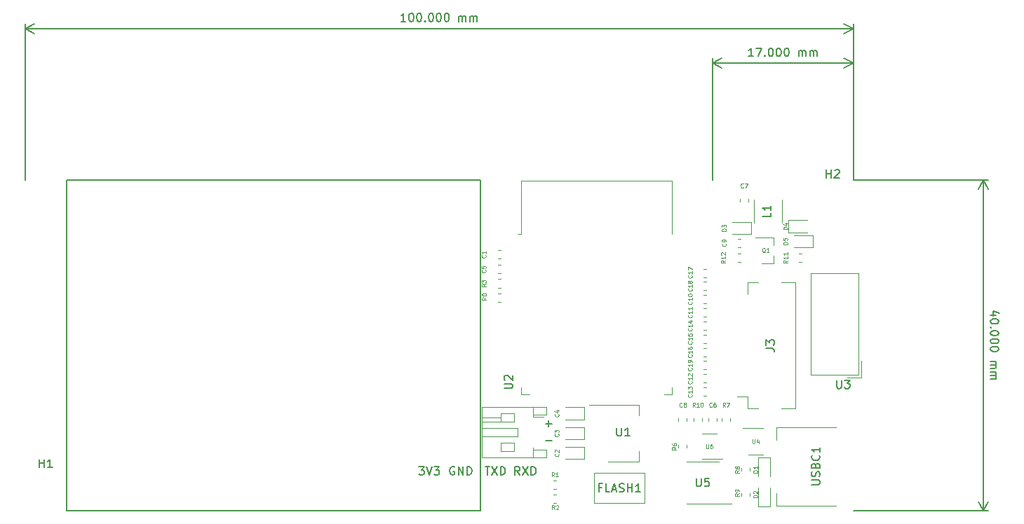
<source format=gbr>
G04 #@! TF.GenerationSoftware,KiCad,Pcbnew,(5.1.5)-3*
G04 #@! TF.CreationDate,2020-02-29T22:05:21+08:00*
G04 #@! TF.ProjectId,smartdisplay,736d6172-7464-4697-9370-6c61792e6b69,rev?*
G04 #@! TF.SameCoordinates,Original*
G04 #@! TF.FileFunction,Legend,Top*
G04 #@! TF.FilePolarity,Positive*
%FSLAX46Y46*%
G04 Gerber Fmt 4.6, Leading zero omitted, Abs format (unit mm)*
G04 Created by KiCad (PCBNEW (5.1.5)-3) date 2020-02-29 22:05:21*
%MOMM*%
%LPD*%
G04 APERTURE LIST*
%ADD10C,0.150000*%
%ADD11C,0.120000*%
%ADD12C,0.125000*%
G04 APERTURE END LIST*
D10*
X162819047Y-91471428D02*
X163580952Y-91471428D01*
X162819047Y-89471428D02*
X163580952Y-89471428D01*
X163200000Y-89852380D02*
X163200000Y-89090476D01*
X159733333Y-95652380D02*
X159400000Y-95176190D01*
X159161904Y-95652380D02*
X159161904Y-94652380D01*
X159542857Y-94652380D01*
X159638095Y-94700000D01*
X159685714Y-94747619D01*
X159733333Y-94842857D01*
X159733333Y-94985714D01*
X159685714Y-95080952D01*
X159638095Y-95128571D01*
X159542857Y-95176190D01*
X159161904Y-95176190D01*
X160066666Y-94652380D02*
X160733333Y-95652380D01*
X160733333Y-94652380D02*
X160066666Y-95652380D01*
X161114285Y-95652380D02*
X161114285Y-94652380D01*
X161352380Y-94652380D01*
X161495238Y-94700000D01*
X161590476Y-94795238D01*
X161638095Y-94890476D01*
X161685714Y-95080952D01*
X161685714Y-95223809D01*
X161638095Y-95414285D01*
X161590476Y-95509523D01*
X161495238Y-95604761D01*
X161352380Y-95652380D01*
X161114285Y-95652380D01*
X155538095Y-94652380D02*
X156109523Y-94652380D01*
X155823809Y-95652380D02*
X155823809Y-94652380D01*
X156347619Y-94652380D02*
X157014285Y-95652380D01*
X157014285Y-94652380D02*
X156347619Y-95652380D01*
X157395238Y-95652380D02*
X157395238Y-94652380D01*
X157633333Y-94652380D01*
X157776190Y-94700000D01*
X157871428Y-94795238D01*
X157919047Y-94890476D01*
X157966666Y-95080952D01*
X157966666Y-95223809D01*
X157919047Y-95414285D01*
X157871428Y-95509523D01*
X157776190Y-95604761D01*
X157633333Y-95652380D01*
X157395238Y-95652380D01*
X151838095Y-94700000D02*
X151742857Y-94652380D01*
X151600000Y-94652380D01*
X151457142Y-94700000D01*
X151361904Y-94795238D01*
X151314285Y-94890476D01*
X151266666Y-95080952D01*
X151266666Y-95223809D01*
X151314285Y-95414285D01*
X151361904Y-95509523D01*
X151457142Y-95604761D01*
X151600000Y-95652380D01*
X151695238Y-95652380D01*
X151838095Y-95604761D01*
X151885714Y-95557142D01*
X151885714Y-95223809D01*
X151695238Y-95223809D01*
X152314285Y-95652380D02*
X152314285Y-94652380D01*
X152885714Y-95652380D01*
X152885714Y-94652380D01*
X153361904Y-95652380D02*
X153361904Y-94652380D01*
X153600000Y-94652380D01*
X153742857Y-94700000D01*
X153838095Y-94795238D01*
X153885714Y-94890476D01*
X153933333Y-95080952D01*
X153933333Y-95223809D01*
X153885714Y-95414285D01*
X153838095Y-95509523D01*
X153742857Y-95604761D01*
X153600000Y-95652380D01*
X153361904Y-95652380D01*
X147561904Y-94652380D02*
X148180952Y-94652380D01*
X147847619Y-95033333D01*
X147990476Y-95033333D01*
X148085714Y-95080952D01*
X148133333Y-95128571D01*
X148180952Y-95223809D01*
X148180952Y-95461904D01*
X148133333Y-95557142D01*
X148085714Y-95604761D01*
X147990476Y-95652380D01*
X147704761Y-95652380D01*
X147609523Y-95604761D01*
X147561904Y-95557142D01*
X148466666Y-94652380D02*
X148800000Y-95652380D01*
X149133333Y-94652380D01*
X149371428Y-94652380D02*
X149990476Y-94652380D01*
X149657142Y-95033333D01*
X149800000Y-95033333D01*
X149895238Y-95080952D01*
X149942857Y-95128571D01*
X149990476Y-95223809D01*
X149990476Y-95461904D01*
X149942857Y-95557142D01*
X149895238Y-95604761D01*
X149800000Y-95652380D01*
X149514285Y-95652380D01*
X149419047Y-95604761D01*
X149371428Y-95557142D01*
X145952380Y-40852380D02*
X145380952Y-40852380D01*
X145666666Y-40852380D02*
X145666666Y-39852380D01*
X145571428Y-39995238D01*
X145476190Y-40090476D01*
X145380952Y-40138095D01*
X146571428Y-39852380D02*
X146666666Y-39852380D01*
X146761904Y-39900000D01*
X146809523Y-39947619D01*
X146857142Y-40042857D01*
X146904761Y-40233333D01*
X146904761Y-40471428D01*
X146857142Y-40661904D01*
X146809523Y-40757142D01*
X146761904Y-40804761D01*
X146666666Y-40852380D01*
X146571428Y-40852380D01*
X146476190Y-40804761D01*
X146428571Y-40757142D01*
X146380952Y-40661904D01*
X146333333Y-40471428D01*
X146333333Y-40233333D01*
X146380952Y-40042857D01*
X146428571Y-39947619D01*
X146476190Y-39900000D01*
X146571428Y-39852380D01*
X147523809Y-39852380D02*
X147619047Y-39852380D01*
X147714285Y-39900000D01*
X147761904Y-39947619D01*
X147809523Y-40042857D01*
X147857142Y-40233333D01*
X147857142Y-40471428D01*
X147809523Y-40661904D01*
X147761904Y-40757142D01*
X147714285Y-40804761D01*
X147619047Y-40852380D01*
X147523809Y-40852380D01*
X147428571Y-40804761D01*
X147380952Y-40757142D01*
X147333333Y-40661904D01*
X147285714Y-40471428D01*
X147285714Y-40233333D01*
X147333333Y-40042857D01*
X147380952Y-39947619D01*
X147428571Y-39900000D01*
X147523809Y-39852380D01*
X148285714Y-40757142D02*
X148333333Y-40804761D01*
X148285714Y-40852380D01*
X148238095Y-40804761D01*
X148285714Y-40757142D01*
X148285714Y-40852380D01*
X148952380Y-39852380D02*
X149047619Y-39852380D01*
X149142857Y-39900000D01*
X149190476Y-39947619D01*
X149238095Y-40042857D01*
X149285714Y-40233333D01*
X149285714Y-40471428D01*
X149238095Y-40661904D01*
X149190476Y-40757142D01*
X149142857Y-40804761D01*
X149047619Y-40852380D01*
X148952380Y-40852380D01*
X148857142Y-40804761D01*
X148809523Y-40757142D01*
X148761904Y-40661904D01*
X148714285Y-40471428D01*
X148714285Y-40233333D01*
X148761904Y-40042857D01*
X148809523Y-39947619D01*
X148857142Y-39900000D01*
X148952380Y-39852380D01*
X149904761Y-39852380D02*
X150000000Y-39852380D01*
X150095238Y-39900000D01*
X150142857Y-39947619D01*
X150190476Y-40042857D01*
X150238095Y-40233333D01*
X150238095Y-40471428D01*
X150190476Y-40661904D01*
X150142857Y-40757142D01*
X150095238Y-40804761D01*
X150000000Y-40852380D01*
X149904761Y-40852380D01*
X149809523Y-40804761D01*
X149761904Y-40757142D01*
X149714285Y-40661904D01*
X149666666Y-40471428D01*
X149666666Y-40233333D01*
X149714285Y-40042857D01*
X149761904Y-39947619D01*
X149809523Y-39900000D01*
X149904761Y-39852380D01*
X150857142Y-39852380D02*
X150952380Y-39852380D01*
X151047619Y-39900000D01*
X151095238Y-39947619D01*
X151142857Y-40042857D01*
X151190476Y-40233333D01*
X151190476Y-40471428D01*
X151142857Y-40661904D01*
X151095238Y-40757142D01*
X151047619Y-40804761D01*
X150952380Y-40852380D01*
X150857142Y-40852380D01*
X150761904Y-40804761D01*
X150714285Y-40757142D01*
X150666666Y-40661904D01*
X150619047Y-40471428D01*
X150619047Y-40233333D01*
X150666666Y-40042857D01*
X150714285Y-39947619D01*
X150761904Y-39900000D01*
X150857142Y-39852380D01*
X152380952Y-40852380D02*
X152380952Y-40185714D01*
X152380952Y-40280952D02*
X152428571Y-40233333D01*
X152523809Y-40185714D01*
X152666666Y-40185714D01*
X152761904Y-40233333D01*
X152809523Y-40328571D01*
X152809523Y-40852380D01*
X152809523Y-40328571D02*
X152857142Y-40233333D01*
X152952380Y-40185714D01*
X153095238Y-40185714D01*
X153190476Y-40233333D01*
X153238095Y-40328571D01*
X153238095Y-40852380D01*
X153714285Y-40852380D02*
X153714285Y-40185714D01*
X153714285Y-40280952D02*
X153761904Y-40233333D01*
X153857142Y-40185714D01*
X154000000Y-40185714D01*
X154095238Y-40233333D01*
X154142857Y-40328571D01*
X154142857Y-40852380D01*
X154142857Y-40328571D02*
X154190476Y-40233333D01*
X154285714Y-40185714D01*
X154428571Y-40185714D01*
X154523809Y-40233333D01*
X154571428Y-40328571D01*
X154571428Y-40852380D01*
X100000000Y-41700000D02*
X200000000Y-41700000D01*
X100000000Y-60000000D02*
X100000000Y-41113579D01*
X200000000Y-60000000D02*
X200000000Y-41113579D01*
X200000000Y-41700000D02*
X198873496Y-42286421D01*
X200000000Y-41700000D02*
X198873496Y-41113579D01*
X100000000Y-41700000D02*
X101126504Y-42286421D01*
X100000000Y-41700000D02*
X101126504Y-41113579D01*
X217214285Y-76333333D02*
X216547619Y-76333333D01*
X217595238Y-76095238D02*
X216880952Y-75857142D01*
X216880952Y-76476190D01*
X217547619Y-77047619D02*
X217547619Y-77142857D01*
X217500000Y-77238095D01*
X217452380Y-77285714D01*
X217357142Y-77333333D01*
X217166666Y-77380952D01*
X216928571Y-77380952D01*
X216738095Y-77333333D01*
X216642857Y-77285714D01*
X216595238Y-77238095D01*
X216547619Y-77142857D01*
X216547619Y-77047619D01*
X216595238Y-76952380D01*
X216642857Y-76904761D01*
X216738095Y-76857142D01*
X216928571Y-76809523D01*
X217166666Y-76809523D01*
X217357142Y-76857142D01*
X217452380Y-76904761D01*
X217500000Y-76952380D01*
X217547619Y-77047619D01*
X216642857Y-77809523D02*
X216595238Y-77857142D01*
X216547619Y-77809523D01*
X216595238Y-77761904D01*
X216642857Y-77809523D01*
X216547619Y-77809523D01*
X217547619Y-78476190D02*
X217547619Y-78571428D01*
X217500000Y-78666666D01*
X217452380Y-78714285D01*
X217357142Y-78761904D01*
X217166666Y-78809523D01*
X216928571Y-78809523D01*
X216738095Y-78761904D01*
X216642857Y-78714285D01*
X216595238Y-78666666D01*
X216547619Y-78571428D01*
X216547619Y-78476190D01*
X216595238Y-78380952D01*
X216642857Y-78333333D01*
X216738095Y-78285714D01*
X216928571Y-78238095D01*
X217166666Y-78238095D01*
X217357142Y-78285714D01*
X217452380Y-78333333D01*
X217500000Y-78380952D01*
X217547619Y-78476190D01*
X217547619Y-79428571D02*
X217547619Y-79523809D01*
X217500000Y-79619047D01*
X217452380Y-79666666D01*
X217357142Y-79714285D01*
X217166666Y-79761904D01*
X216928571Y-79761904D01*
X216738095Y-79714285D01*
X216642857Y-79666666D01*
X216595238Y-79619047D01*
X216547619Y-79523809D01*
X216547619Y-79428571D01*
X216595238Y-79333333D01*
X216642857Y-79285714D01*
X216738095Y-79238095D01*
X216928571Y-79190476D01*
X217166666Y-79190476D01*
X217357142Y-79238095D01*
X217452380Y-79285714D01*
X217500000Y-79333333D01*
X217547619Y-79428571D01*
X217547619Y-80380952D02*
X217547619Y-80476190D01*
X217500000Y-80571428D01*
X217452380Y-80619047D01*
X217357142Y-80666666D01*
X217166666Y-80714285D01*
X216928571Y-80714285D01*
X216738095Y-80666666D01*
X216642857Y-80619047D01*
X216595238Y-80571428D01*
X216547619Y-80476190D01*
X216547619Y-80380952D01*
X216595238Y-80285714D01*
X216642857Y-80238095D01*
X216738095Y-80190476D01*
X216928571Y-80142857D01*
X217166666Y-80142857D01*
X217357142Y-80190476D01*
X217452380Y-80238095D01*
X217500000Y-80285714D01*
X217547619Y-80380952D01*
X216547619Y-81904761D02*
X217214285Y-81904761D01*
X217119047Y-81904761D02*
X217166666Y-81952380D01*
X217214285Y-82047619D01*
X217214285Y-82190476D01*
X217166666Y-82285714D01*
X217071428Y-82333333D01*
X216547619Y-82333333D01*
X217071428Y-82333333D02*
X217166666Y-82380952D01*
X217214285Y-82476190D01*
X217214285Y-82619047D01*
X217166666Y-82714285D01*
X217071428Y-82761904D01*
X216547619Y-82761904D01*
X216547619Y-83238095D02*
X217214285Y-83238095D01*
X217119047Y-83238095D02*
X217166666Y-83285714D01*
X217214285Y-83380952D01*
X217214285Y-83523809D01*
X217166666Y-83619047D01*
X217071428Y-83666666D01*
X216547619Y-83666666D01*
X217071428Y-83666666D02*
X217166666Y-83714285D01*
X217214285Y-83809523D01*
X217214285Y-83952380D01*
X217166666Y-84047619D01*
X217071428Y-84095238D01*
X216547619Y-84095238D01*
X215700000Y-60000000D02*
X215700000Y-100000000D01*
X200000000Y-60000000D02*
X216286421Y-60000000D01*
X200000000Y-100000000D02*
X216286421Y-100000000D01*
X215700000Y-100000000D02*
X215113579Y-98873496D01*
X215700000Y-100000000D02*
X216286421Y-98873496D01*
X215700000Y-60000000D02*
X215113579Y-61126504D01*
X215700000Y-60000000D02*
X216286421Y-61126504D01*
X187928571Y-45052380D02*
X187357142Y-45052380D01*
X187642857Y-45052380D02*
X187642857Y-44052380D01*
X187547619Y-44195238D01*
X187452380Y-44290476D01*
X187357142Y-44338095D01*
X188261904Y-44052380D02*
X188928571Y-44052380D01*
X188500000Y-45052380D01*
X189309523Y-44957142D02*
X189357142Y-45004761D01*
X189309523Y-45052380D01*
X189261904Y-45004761D01*
X189309523Y-44957142D01*
X189309523Y-45052380D01*
X189976190Y-44052380D02*
X190071428Y-44052380D01*
X190166666Y-44100000D01*
X190214285Y-44147619D01*
X190261904Y-44242857D01*
X190309523Y-44433333D01*
X190309523Y-44671428D01*
X190261904Y-44861904D01*
X190214285Y-44957142D01*
X190166666Y-45004761D01*
X190071428Y-45052380D01*
X189976190Y-45052380D01*
X189880952Y-45004761D01*
X189833333Y-44957142D01*
X189785714Y-44861904D01*
X189738095Y-44671428D01*
X189738095Y-44433333D01*
X189785714Y-44242857D01*
X189833333Y-44147619D01*
X189880952Y-44100000D01*
X189976190Y-44052380D01*
X190928571Y-44052380D02*
X191023809Y-44052380D01*
X191119047Y-44100000D01*
X191166666Y-44147619D01*
X191214285Y-44242857D01*
X191261904Y-44433333D01*
X191261904Y-44671428D01*
X191214285Y-44861904D01*
X191166666Y-44957142D01*
X191119047Y-45004761D01*
X191023809Y-45052380D01*
X190928571Y-45052380D01*
X190833333Y-45004761D01*
X190785714Y-44957142D01*
X190738095Y-44861904D01*
X190690476Y-44671428D01*
X190690476Y-44433333D01*
X190738095Y-44242857D01*
X190785714Y-44147619D01*
X190833333Y-44100000D01*
X190928571Y-44052380D01*
X191880952Y-44052380D02*
X191976190Y-44052380D01*
X192071428Y-44100000D01*
X192119047Y-44147619D01*
X192166666Y-44242857D01*
X192214285Y-44433333D01*
X192214285Y-44671428D01*
X192166666Y-44861904D01*
X192119047Y-44957142D01*
X192071428Y-45004761D01*
X191976190Y-45052380D01*
X191880952Y-45052380D01*
X191785714Y-45004761D01*
X191738095Y-44957142D01*
X191690476Y-44861904D01*
X191642857Y-44671428D01*
X191642857Y-44433333D01*
X191690476Y-44242857D01*
X191738095Y-44147619D01*
X191785714Y-44100000D01*
X191880952Y-44052380D01*
X193404761Y-45052380D02*
X193404761Y-44385714D01*
X193404761Y-44480952D02*
X193452380Y-44433333D01*
X193547619Y-44385714D01*
X193690476Y-44385714D01*
X193785714Y-44433333D01*
X193833333Y-44528571D01*
X193833333Y-45052380D01*
X193833333Y-44528571D02*
X193880952Y-44433333D01*
X193976190Y-44385714D01*
X194119047Y-44385714D01*
X194214285Y-44433333D01*
X194261904Y-44528571D01*
X194261904Y-45052380D01*
X194738095Y-45052380D02*
X194738095Y-44385714D01*
X194738095Y-44480952D02*
X194785714Y-44433333D01*
X194880952Y-44385714D01*
X195023809Y-44385714D01*
X195119047Y-44433333D01*
X195166666Y-44528571D01*
X195166666Y-45052380D01*
X195166666Y-44528571D02*
X195214285Y-44433333D01*
X195309523Y-44385714D01*
X195452380Y-44385714D01*
X195547619Y-44433333D01*
X195595238Y-44528571D01*
X195595238Y-45052380D01*
X200000000Y-45900000D02*
X183000000Y-45900000D01*
X200000000Y-60000000D02*
X200000000Y-45313579D01*
X183000000Y-60000000D02*
X183000000Y-45313579D01*
X183000000Y-45900000D02*
X184126504Y-45313579D01*
X183000000Y-45900000D02*
X184126504Y-46486421D01*
X200000000Y-45900000D02*
X198873496Y-45313579D01*
X200000000Y-45900000D02*
X198873496Y-46486421D01*
X105000000Y-100000000D02*
X155000000Y-100000000D01*
X155000000Y-60000000D02*
X105000000Y-60000000D01*
X155000000Y-100000000D02*
X155000000Y-60000000D01*
X105000000Y-60000000D02*
X105000000Y-100000000D01*
D11*
X190680000Y-99400000D02*
X190680000Y-97900000D01*
X190680000Y-99400000D02*
X197940000Y-99400000D01*
X190680000Y-89900000D02*
X197940000Y-89900000D01*
X190680000Y-91400000D02*
X190680000Y-89900000D01*
X187200000Y-86160000D02*
X187200000Y-87650000D01*
X187200000Y-87650000D02*
X188540000Y-87650000D01*
X187200000Y-73840000D02*
X187200000Y-72350000D01*
X187200000Y-72350000D02*
X188540000Y-72350000D01*
X191260000Y-87650000D02*
X193000000Y-87650000D01*
X193000000Y-87650000D02*
X193000000Y-72350000D01*
X193000000Y-72350000D02*
X191260000Y-72350000D01*
X187200000Y-86160000D02*
X186000000Y-86160000D01*
X157422779Y-73690000D02*
X157097221Y-73690000D01*
X157422779Y-74710000D02*
X157097221Y-74710000D01*
X181720000Y-93710000D02*
X184150000Y-93710000D01*
X183480000Y-90640000D02*
X181720000Y-90640000D01*
X181800000Y-99160000D02*
X185250000Y-99160000D01*
X181800000Y-99160000D02*
X179850000Y-99160000D01*
X181800000Y-94040000D02*
X183750000Y-94040000D01*
X181800000Y-94040000D02*
X179850000Y-94040000D01*
X189100000Y-89990000D02*
X186650000Y-89990000D01*
X187300000Y-93210000D02*
X189100000Y-93210000D01*
X200910000Y-83850000D02*
X199300000Y-83850000D01*
X200910000Y-83850000D02*
X200910000Y-81850000D01*
X200630000Y-71310000D02*
X200630000Y-83560000D01*
X194870000Y-71310000D02*
X200630000Y-71310000D01*
X194870000Y-83570000D02*
X194870000Y-71310000D01*
X200620000Y-83570000D02*
X194880000Y-83570000D01*
X159880000Y-66555000D02*
X159500000Y-66555000D01*
X159880000Y-60135000D02*
X159880000Y-66555000D01*
X178120000Y-60135000D02*
X178120000Y-66555000D01*
X159880000Y-60135000D02*
X178120000Y-60135000D01*
X178120000Y-85880000D02*
X177120000Y-85880000D01*
X178120000Y-85100000D02*
X178120000Y-85880000D01*
X159880000Y-85880000D02*
X160880000Y-85880000D01*
X159880000Y-85100000D02*
X159880000Y-85880000D01*
X168100000Y-87190000D02*
X174110000Y-87190000D01*
X170350000Y-94010000D02*
X174110000Y-94010000D01*
X174110000Y-87190000D02*
X174110000Y-88450000D01*
X174110000Y-94010000D02*
X174110000Y-92750000D01*
X186362779Y-68890000D02*
X186037221Y-68890000D01*
X186362779Y-69910000D02*
X186037221Y-69910000D01*
X193437221Y-69910000D02*
X193762779Y-69910000D01*
X193437221Y-68890000D02*
X193762779Y-68890000D01*
X181710000Y-89162779D02*
X181710000Y-88837221D01*
X180690000Y-89162779D02*
X180690000Y-88837221D01*
X186490000Y-97837221D02*
X186490000Y-98162779D01*
X187510000Y-97837221D02*
X187510000Y-98162779D01*
X187510000Y-95162779D02*
X187510000Y-94837221D01*
X186490000Y-95162779D02*
X186490000Y-94837221D01*
X185110000Y-89162779D02*
X185110000Y-88837221D01*
X184090000Y-89162779D02*
X184090000Y-88837221D01*
X179910000Y-92362779D02*
X179910000Y-92037221D01*
X178890000Y-92362779D02*
X178890000Y-92037221D01*
X157412779Y-71990000D02*
X157087221Y-71990000D01*
X157412779Y-73010000D02*
X157087221Y-73010000D01*
X164112779Y-98000000D02*
X163787221Y-98000000D01*
X164112779Y-99020000D02*
X163787221Y-99020000D01*
X163807221Y-97340000D02*
X164132779Y-97340000D01*
X163807221Y-96320000D02*
X164132779Y-96320000D01*
X190360000Y-70080000D02*
X188900000Y-70080000D01*
X190360000Y-66920000D02*
X188200000Y-66920000D01*
X190360000Y-66920000D02*
X190360000Y-67850000D01*
X190360000Y-70080000D02*
X190360000Y-69150000D01*
X187990000Y-62413748D02*
X187990000Y-65186252D01*
X191410000Y-62413748D02*
X191410000Y-65186252D01*
X161360000Y-88640000D02*
X162575000Y-88640000D01*
X157400000Y-88700000D02*
X155140000Y-88700000D01*
X157400000Y-89200000D02*
X155140000Y-89200000D01*
X159000000Y-91800000D02*
X159000000Y-92800000D01*
X157400000Y-91800000D02*
X159000000Y-91800000D01*
X157400000Y-92800000D02*
X157400000Y-91800000D01*
X159000000Y-92800000D02*
X157400000Y-92800000D01*
X159000000Y-89200000D02*
X159000000Y-88200000D01*
X157400000Y-89200000D02*
X159000000Y-89200000D01*
X157400000Y-88200000D02*
X157400000Y-89200000D01*
X159000000Y-88200000D02*
X157400000Y-88200000D01*
X161360000Y-93560000D02*
X161360000Y-92640000D01*
X161360000Y-87440000D02*
X161360000Y-88360000D01*
X159500000Y-91000000D02*
X155140000Y-91000000D01*
X159500000Y-90000000D02*
X159500000Y-91000000D01*
X155140000Y-90000000D02*
X159500000Y-90000000D01*
X161360000Y-92640000D02*
X161360000Y-92360000D01*
X162960000Y-92640000D02*
X161360000Y-92640000D01*
X162960000Y-93560000D02*
X162960000Y-92640000D01*
X155140000Y-93560000D02*
X162960000Y-93560000D01*
X155140000Y-87440000D02*
X155140000Y-93560000D01*
X162960000Y-87440000D02*
X155140000Y-87440000D01*
X162960000Y-88360000D02*
X162960000Y-87440000D01*
X161360000Y-88360000D02*
X162960000Y-88360000D01*
X161360000Y-88640000D02*
X161360000Y-88360000D01*
X168690000Y-99060000D02*
X168690000Y-95440000D01*
X174810000Y-99060000D02*
X168690000Y-99060000D01*
X174810000Y-95440000D02*
X174810000Y-99060000D01*
X168690000Y-95440000D02*
X174810000Y-95440000D01*
X195085000Y-66665000D02*
X192800000Y-66665000D01*
X195085000Y-68135000D02*
X195085000Y-66665000D01*
X192800000Y-68135000D02*
X195085000Y-68135000D01*
X192115000Y-66335000D02*
X194400000Y-66335000D01*
X192115000Y-64865000D02*
X192115000Y-66335000D01*
X194400000Y-64865000D02*
X192115000Y-64865000D01*
X187685000Y-65065000D02*
X185400000Y-65065000D01*
X187685000Y-66535000D02*
X187685000Y-65065000D01*
X185400000Y-66535000D02*
X187685000Y-66535000D01*
X189935000Y-99485000D02*
X189935000Y-97200000D01*
X188465000Y-99485000D02*
X189935000Y-99485000D01*
X188465000Y-97200000D02*
X188465000Y-99485000D01*
X188465000Y-93515000D02*
X188465000Y-95800000D01*
X189935000Y-93515000D02*
X188465000Y-93515000D01*
X189935000Y-95800000D02*
X189935000Y-93515000D01*
X182262779Y-81890000D02*
X181937221Y-81890000D01*
X182262779Y-82910000D02*
X181937221Y-82910000D01*
X182262779Y-72290000D02*
X181937221Y-72290000D01*
X182262779Y-73310000D02*
X181937221Y-73310000D01*
X182262779Y-70740000D02*
X181937221Y-70740000D01*
X182262779Y-71760000D02*
X181937221Y-71760000D01*
X182262779Y-80290000D02*
X181937221Y-80290000D01*
X182262779Y-81310000D02*
X181937221Y-81310000D01*
X182262779Y-78690000D02*
X181937221Y-78690000D01*
X182262779Y-79710000D02*
X181937221Y-79710000D01*
X182262779Y-77090000D02*
X181937221Y-77090000D01*
X182262779Y-78110000D02*
X181937221Y-78110000D01*
X182262779Y-85090000D02*
X181937221Y-85090000D01*
X182262779Y-86110000D02*
X181937221Y-86110000D01*
X182262779Y-83490000D02*
X181937221Y-83490000D01*
X182262779Y-84510000D02*
X181937221Y-84510000D01*
X182262779Y-75490000D02*
X181937221Y-75490000D01*
X182262779Y-76510000D02*
X181937221Y-76510000D01*
X182262779Y-73890000D02*
X181937221Y-73890000D01*
X182262779Y-74910000D02*
X181937221Y-74910000D01*
X186037221Y-68110000D02*
X186362779Y-68110000D01*
X186037221Y-67090000D02*
X186362779Y-67090000D01*
X179910000Y-89162779D02*
X179910000Y-88837221D01*
X178890000Y-89162779D02*
X178890000Y-88837221D01*
X187310000Y-62662779D02*
X187310000Y-62337221D01*
X186290000Y-62662779D02*
X186290000Y-62337221D01*
X183510000Y-89162779D02*
X183510000Y-88837221D01*
X182490000Y-89162779D02*
X182490000Y-88837221D01*
X157412779Y-70240000D02*
X157087221Y-70240000D01*
X157412779Y-71260000D02*
X157087221Y-71260000D01*
X167485000Y-87465000D02*
X165200000Y-87465000D01*
X167485000Y-88935000D02*
X167485000Y-87465000D01*
X165200000Y-88935000D02*
X167485000Y-88935000D01*
X167485000Y-89865000D02*
X165200000Y-89865000D01*
X167485000Y-91335000D02*
X167485000Y-89865000D01*
X165200000Y-91335000D02*
X167485000Y-91335000D01*
X167485000Y-92265000D02*
X165200000Y-92265000D01*
X167485000Y-93735000D02*
X167485000Y-92265000D01*
X165200000Y-93735000D02*
X167485000Y-93735000D01*
X157412779Y-68490000D02*
X157087221Y-68490000D01*
X157412779Y-69510000D02*
X157087221Y-69510000D01*
D10*
X194952380Y-96838095D02*
X195761904Y-96838095D01*
X195857142Y-96790476D01*
X195904761Y-96742857D01*
X195952380Y-96647619D01*
X195952380Y-96457142D01*
X195904761Y-96361904D01*
X195857142Y-96314285D01*
X195761904Y-96266666D01*
X194952380Y-96266666D01*
X195904761Y-95838095D02*
X195952380Y-95695238D01*
X195952380Y-95457142D01*
X195904761Y-95361904D01*
X195857142Y-95314285D01*
X195761904Y-95266666D01*
X195666666Y-95266666D01*
X195571428Y-95314285D01*
X195523809Y-95361904D01*
X195476190Y-95457142D01*
X195428571Y-95647619D01*
X195380952Y-95742857D01*
X195333333Y-95790476D01*
X195238095Y-95838095D01*
X195142857Y-95838095D01*
X195047619Y-95790476D01*
X195000000Y-95742857D01*
X194952380Y-95647619D01*
X194952380Y-95409523D01*
X195000000Y-95266666D01*
X195428571Y-94504761D02*
X195476190Y-94361904D01*
X195523809Y-94314285D01*
X195619047Y-94266666D01*
X195761904Y-94266666D01*
X195857142Y-94314285D01*
X195904761Y-94361904D01*
X195952380Y-94457142D01*
X195952380Y-94838095D01*
X194952380Y-94838095D01*
X194952380Y-94504761D01*
X195000000Y-94409523D01*
X195047619Y-94361904D01*
X195142857Y-94314285D01*
X195238095Y-94314285D01*
X195333333Y-94361904D01*
X195380952Y-94409523D01*
X195428571Y-94504761D01*
X195428571Y-94838095D01*
X195857142Y-93266666D02*
X195904761Y-93314285D01*
X195952380Y-93457142D01*
X195952380Y-93552380D01*
X195904761Y-93695238D01*
X195809523Y-93790476D01*
X195714285Y-93838095D01*
X195523809Y-93885714D01*
X195380952Y-93885714D01*
X195190476Y-93838095D01*
X195095238Y-93790476D01*
X195000000Y-93695238D01*
X194952380Y-93552380D01*
X194952380Y-93457142D01*
X195000000Y-93314285D01*
X195047619Y-93266666D01*
X195952380Y-92314285D02*
X195952380Y-92885714D01*
X195952380Y-92600000D02*
X194952380Y-92600000D01*
X195095238Y-92695238D01*
X195190476Y-92790476D01*
X195238095Y-92885714D01*
X189452380Y-80333333D02*
X190166666Y-80333333D01*
X190309523Y-80380952D01*
X190404761Y-80476190D01*
X190452380Y-80619047D01*
X190452380Y-80714285D01*
X189452380Y-79952380D02*
X189452380Y-79333333D01*
X189833333Y-79666666D01*
X189833333Y-79523809D01*
X189880952Y-79428571D01*
X189928571Y-79380952D01*
X190023809Y-79333333D01*
X190261904Y-79333333D01*
X190357142Y-79380952D01*
X190404761Y-79428571D01*
X190452380Y-79523809D01*
X190452380Y-79809523D01*
X190404761Y-79904761D01*
X190357142Y-79952380D01*
D12*
X155686190Y-74183333D02*
X155448095Y-74350000D01*
X155686190Y-74469047D02*
X155186190Y-74469047D01*
X155186190Y-74278571D01*
X155210000Y-74230952D01*
X155233809Y-74207142D01*
X155281428Y-74183333D01*
X155352857Y-74183333D01*
X155400476Y-74207142D01*
X155424285Y-74230952D01*
X155448095Y-74278571D01*
X155448095Y-74469047D01*
X155186190Y-73873809D02*
X155186190Y-73826190D01*
X155210000Y-73778571D01*
X155233809Y-73754761D01*
X155281428Y-73730952D01*
X155376666Y-73707142D01*
X155495714Y-73707142D01*
X155590952Y-73730952D01*
X155638571Y-73754761D01*
X155662380Y-73778571D01*
X155686190Y-73826190D01*
X155686190Y-73873809D01*
X155662380Y-73921428D01*
X155638571Y-73945238D01*
X155590952Y-73969047D01*
X155495714Y-73992857D01*
X155376666Y-73992857D01*
X155281428Y-73969047D01*
X155233809Y-73945238D01*
X155210000Y-73921428D01*
X155186190Y-73873809D01*
X182219047Y-91926190D02*
X182219047Y-92330952D01*
X182242857Y-92378571D01*
X182266666Y-92402380D01*
X182314285Y-92426190D01*
X182409523Y-92426190D01*
X182457142Y-92402380D01*
X182480952Y-92378571D01*
X182504761Y-92330952D01*
X182504761Y-91926190D01*
X182957142Y-91926190D02*
X182861904Y-91926190D01*
X182814285Y-91950000D01*
X182790476Y-91973809D01*
X182742857Y-92045238D01*
X182719047Y-92140476D01*
X182719047Y-92330952D01*
X182742857Y-92378571D01*
X182766666Y-92402380D01*
X182814285Y-92426190D01*
X182909523Y-92426190D01*
X182957142Y-92402380D01*
X182980952Y-92378571D01*
X183004761Y-92330952D01*
X183004761Y-92211904D01*
X182980952Y-92164285D01*
X182957142Y-92140476D01*
X182909523Y-92116666D01*
X182814285Y-92116666D01*
X182766666Y-92140476D01*
X182742857Y-92164285D01*
X182719047Y-92211904D01*
D10*
X181038095Y-96052380D02*
X181038095Y-96861904D01*
X181085714Y-96957142D01*
X181133333Y-97004761D01*
X181228571Y-97052380D01*
X181419047Y-97052380D01*
X181514285Y-97004761D01*
X181561904Y-96957142D01*
X181609523Y-96861904D01*
X181609523Y-96052380D01*
X182561904Y-96052380D02*
X182085714Y-96052380D01*
X182038095Y-96528571D01*
X182085714Y-96480952D01*
X182180952Y-96433333D01*
X182419047Y-96433333D01*
X182514285Y-96480952D01*
X182561904Y-96528571D01*
X182609523Y-96623809D01*
X182609523Y-96861904D01*
X182561904Y-96957142D01*
X182514285Y-97004761D01*
X182419047Y-97052380D01*
X182180952Y-97052380D01*
X182085714Y-97004761D01*
X182038095Y-96957142D01*
D12*
X187819047Y-91326190D02*
X187819047Y-91730952D01*
X187842857Y-91778571D01*
X187866666Y-91802380D01*
X187914285Y-91826190D01*
X188009523Y-91826190D01*
X188057142Y-91802380D01*
X188080952Y-91778571D01*
X188104761Y-91730952D01*
X188104761Y-91326190D01*
X188557142Y-91492857D02*
X188557142Y-91826190D01*
X188438095Y-91302380D02*
X188319047Y-91659523D01*
X188628571Y-91659523D01*
D10*
X197988095Y-84202380D02*
X197988095Y-85011904D01*
X198035714Y-85107142D01*
X198083333Y-85154761D01*
X198178571Y-85202380D01*
X198369047Y-85202380D01*
X198464285Y-85154761D01*
X198511904Y-85107142D01*
X198559523Y-85011904D01*
X198559523Y-84202380D01*
X198940476Y-84202380D02*
X199559523Y-84202380D01*
X199226190Y-84583333D01*
X199369047Y-84583333D01*
X199464285Y-84630952D01*
X199511904Y-84678571D01*
X199559523Y-84773809D01*
X199559523Y-85011904D01*
X199511904Y-85107142D01*
X199464285Y-85154761D01*
X199369047Y-85202380D01*
X199083333Y-85202380D01*
X198988095Y-85154761D01*
X198940476Y-85107142D01*
X157842380Y-85191904D02*
X158651904Y-85191904D01*
X158747142Y-85144285D01*
X158794761Y-85096666D01*
X158842380Y-85001428D01*
X158842380Y-84810952D01*
X158794761Y-84715714D01*
X158747142Y-84668095D01*
X158651904Y-84620476D01*
X157842380Y-84620476D01*
X157937619Y-84191904D02*
X157890000Y-84144285D01*
X157842380Y-84049047D01*
X157842380Y-83810952D01*
X157890000Y-83715714D01*
X157937619Y-83668095D01*
X158032857Y-83620476D01*
X158128095Y-83620476D01*
X158270952Y-83668095D01*
X158842380Y-84239523D01*
X158842380Y-83620476D01*
X171438095Y-89942380D02*
X171438095Y-90751904D01*
X171485714Y-90847142D01*
X171533333Y-90894761D01*
X171628571Y-90942380D01*
X171819047Y-90942380D01*
X171914285Y-90894761D01*
X171961904Y-90847142D01*
X172009523Y-90751904D01*
X172009523Y-89942380D01*
X173009523Y-90942380D02*
X172438095Y-90942380D01*
X172723809Y-90942380D02*
X172723809Y-89942380D01*
X172628571Y-90085238D01*
X172533333Y-90180476D01*
X172438095Y-90228095D01*
D12*
X184526190Y-69721428D02*
X184288095Y-69888095D01*
X184526190Y-70007142D02*
X184026190Y-70007142D01*
X184026190Y-69816666D01*
X184050000Y-69769047D01*
X184073809Y-69745238D01*
X184121428Y-69721428D01*
X184192857Y-69721428D01*
X184240476Y-69745238D01*
X184264285Y-69769047D01*
X184288095Y-69816666D01*
X184288095Y-70007142D01*
X184526190Y-69245238D02*
X184526190Y-69530952D01*
X184526190Y-69388095D02*
X184026190Y-69388095D01*
X184097619Y-69435714D01*
X184145238Y-69483333D01*
X184169047Y-69530952D01*
X184073809Y-69054761D02*
X184050000Y-69030952D01*
X184026190Y-68983333D01*
X184026190Y-68864285D01*
X184050000Y-68816666D01*
X184073809Y-68792857D01*
X184121428Y-68769047D01*
X184169047Y-68769047D01*
X184240476Y-68792857D01*
X184526190Y-69078571D01*
X184526190Y-68769047D01*
X192026190Y-69721428D02*
X191788095Y-69888095D01*
X192026190Y-70007142D02*
X191526190Y-70007142D01*
X191526190Y-69816666D01*
X191550000Y-69769047D01*
X191573809Y-69745238D01*
X191621428Y-69721428D01*
X191692857Y-69721428D01*
X191740476Y-69745238D01*
X191764285Y-69769047D01*
X191788095Y-69816666D01*
X191788095Y-70007142D01*
X192026190Y-69245238D02*
X192026190Y-69530952D01*
X192026190Y-69388095D02*
X191526190Y-69388095D01*
X191597619Y-69435714D01*
X191645238Y-69483333D01*
X191669047Y-69530952D01*
X192026190Y-68769047D02*
X192026190Y-69054761D01*
X192026190Y-68911904D02*
X191526190Y-68911904D01*
X191597619Y-68959523D01*
X191645238Y-69007142D01*
X191669047Y-69054761D01*
X180878571Y-87426190D02*
X180711904Y-87188095D01*
X180592857Y-87426190D02*
X180592857Y-86926190D01*
X180783333Y-86926190D01*
X180830952Y-86950000D01*
X180854761Y-86973809D01*
X180878571Y-87021428D01*
X180878571Y-87092857D01*
X180854761Y-87140476D01*
X180830952Y-87164285D01*
X180783333Y-87188095D01*
X180592857Y-87188095D01*
X181354761Y-87426190D02*
X181069047Y-87426190D01*
X181211904Y-87426190D02*
X181211904Y-86926190D01*
X181164285Y-86997619D01*
X181116666Y-87045238D01*
X181069047Y-87069047D01*
X181664285Y-86926190D02*
X181711904Y-86926190D01*
X181759523Y-86950000D01*
X181783333Y-86973809D01*
X181807142Y-87021428D01*
X181830952Y-87116666D01*
X181830952Y-87235714D01*
X181807142Y-87330952D01*
X181783333Y-87378571D01*
X181759523Y-87402380D01*
X181711904Y-87426190D01*
X181664285Y-87426190D01*
X181616666Y-87402380D01*
X181592857Y-87378571D01*
X181569047Y-87330952D01*
X181545238Y-87235714D01*
X181545238Y-87116666D01*
X181569047Y-87021428D01*
X181592857Y-86973809D01*
X181616666Y-86950000D01*
X181664285Y-86926190D01*
X186226190Y-97883333D02*
X185988095Y-98050000D01*
X186226190Y-98169047D02*
X185726190Y-98169047D01*
X185726190Y-97978571D01*
X185750000Y-97930952D01*
X185773809Y-97907142D01*
X185821428Y-97883333D01*
X185892857Y-97883333D01*
X185940476Y-97907142D01*
X185964285Y-97930952D01*
X185988095Y-97978571D01*
X185988095Y-98169047D01*
X186226190Y-97645238D02*
X186226190Y-97550000D01*
X186202380Y-97502380D01*
X186178571Y-97478571D01*
X186107142Y-97430952D01*
X186011904Y-97407142D01*
X185821428Y-97407142D01*
X185773809Y-97430952D01*
X185750000Y-97454761D01*
X185726190Y-97502380D01*
X185726190Y-97597619D01*
X185750000Y-97645238D01*
X185773809Y-97669047D01*
X185821428Y-97692857D01*
X185940476Y-97692857D01*
X185988095Y-97669047D01*
X186011904Y-97645238D01*
X186035714Y-97597619D01*
X186035714Y-97502380D01*
X186011904Y-97454761D01*
X185988095Y-97430952D01*
X185940476Y-97407142D01*
X186226190Y-95083333D02*
X185988095Y-95250000D01*
X186226190Y-95369047D02*
X185726190Y-95369047D01*
X185726190Y-95178571D01*
X185750000Y-95130952D01*
X185773809Y-95107142D01*
X185821428Y-95083333D01*
X185892857Y-95083333D01*
X185940476Y-95107142D01*
X185964285Y-95130952D01*
X185988095Y-95178571D01*
X185988095Y-95369047D01*
X185940476Y-94797619D02*
X185916666Y-94845238D01*
X185892857Y-94869047D01*
X185845238Y-94892857D01*
X185821428Y-94892857D01*
X185773809Y-94869047D01*
X185750000Y-94845238D01*
X185726190Y-94797619D01*
X185726190Y-94702380D01*
X185750000Y-94654761D01*
X185773809Y-94630952D01*
X185821428Y-94607142D01*
X185845238Y-94607142D01*
X185892857Y-94630952D01*
X185916666Y-94654761D01*
X185940476Y-94702380D01*
X185940476Y-94797619D01*
X185964285Y-94845238D01*
X185988095Y-94869047D01*
X186035714Y-94892857D01*
X186130952Y-94892857D01*
X186178571Y-94869047D01*
X186202380Y-94845238D01*
X186226190Y-94797619D01*
X186226190Y-94702380D01*
X186202380Y-94654761D01*
X186178571Y-94630952D01*
X186130952Y-94607142D01*
X186035714Y-94607142D01*
X185988095Y-94630952D01*
X185964285Y-94654761D01*
X185940476Y-94702380D01*
X184516666Y-87426190D02*
X184350000Y-87188095D01*
X184230952Y-87426190D02*
X184230952Y-86926190D01*
X184421428Y-86926190D01*
X184469047Y-86950000D01*
X184492857Y-86973809D01*
X184516666Y-87021428D01*
X184516666Y-87092857D01*
X184492857Y-87140476D01*
X184469047Y-87164285D01*
X184421428Y-87188095D01*
X184230952Y-87188095D01*
X184683333Y-86926190D02*
X185016666Y-86926190D01*
X184802380Y-87426190D01*
X178626190Y-92283333D02*
X178388095Y-92450000D01*
X178626190Y-92569047D02*
X178126190Y-92569047D01*
X178126190Y-92378571D01*
X178150000Y-92330952D01*
X178173809Y-92307142D01*
X178221428Y-92283333D01*
X178292857Y-92283333D01*
X178340476Y-92307142D01*
X178364285Y-92330952D01*
X178388095Y-92378571D01*
X178388095Y-92569047D01*
X178126190Y-91854761D02*
X178126190Y-91950000D01*
X178150000Y-91997619D01*
X178173809Y-92021428D01*
X178245238Y-92069047D01*
X178340476Y-92092857D01*
X178530952Y-92092857D01*
X178578571Y-92069047D01*
X178602380Y-92045238D01*
X178626190Y-91997619D01*
X178626190Y-91902380D01*
X178602380Y-91854761D01*
X178578571Y-91830952D01*
X178530952Y-91807142D01*
X178411904Y-91807142D01*
X178364285Y-91830952D01*
X178340476Y-91854761D01*
X178316666Y-91902380D01*
X178316666Y-91997619D01*
X178340476Y-92045238D01*
X178364285Y-92069047D01*
X178411904Y-92092857D01*
X155626190Y-72583333D02*
X155388095Y-72750000D01*
X155626190Y-72869047D02*
X155126190Y-72869047D01*
X155126190Y-72678571D01*
X155150000Y-72630952D01*
X155173809Y-72607142D01*
X155221428Y-72583333D01*
X155292857Y-72583333D01*
X155340476Y-72607142D01*
X155364285Y-72630952D01*
X155388095Y-72678571D01*
X155388095Y-72869047D01*
X155126190Y-72416666D02*
X155126190Y-72107142D01*
X155316666Y-72273809D01*
X155316666Y-72202380D01*
X155340476Y-72154761D01*
X155364285Y-72130952D01*
X155411904Y-72107142D01*
X155530952Y-72107142D01*
X155578571Y-72130952D01*
X155602380Y-72154761D01*
X155626190Y-72202380D01*
X155626190Y-72345238D01*
X155602380Y-72392857D01*
X155578571Y-72416666D01*
X163916666Y-99826190D02*
X163750000Y-99588095D01*
X163630952Y-99826190D02*
X163630952Y-99326190D01*
X163821428Y-99326190D01*
X163869047Y-99350000D01*
X163892857Y-99373809D01*
X163916666Y-99421428D01*
X163916666Y-99492857D01*
X163892857Y-99540476D01*
X163869047Y-99564285D01*
X163821428Y-99588095D01*
X163630952Y-99588095D01*
X164107142Y-99373809D02*
X164130952Y-99350000D01*
X164178571Y-99326190D01*
X164297619Y-99326190D01*
X164345238Y-99350000D01*
X164369047Y-99373809D01*
X164392857Y-99421428D01*
X164392857Y-99469047D01*
X164369047Y-99540476D01*
X164083333Y-99826190D01*
X164392857Y-99826190D01*
X163886666Y-95856190D02*
X163720000Y-95618095D01*
X163600952Y-95856190D02*
X163600952Y-95356190D01*
X163791428Y-95356190D01*
X163839047Y-95380000D01*
X163862857Y-95403809D01*
X163886666Y-95451428D01*
X163886666Y-95522857D01*
X163862857Y-95570476D01*
X163839047Y-95594285D01*
X163791428Y-95618095D01*
X163600952Y-95618095D01*
X164362857Y-95856190D02*
X164077142Y-95856190D01*
X164220000Y-95856190D02*
X164220000Y-95356190D01*
X164172380Y-95427619D01*
X164124761Y-95475238D01*
X164077142Y-95499047D01*
X189352380Y-68773809D02*
X189304761Y-68750000D01*
X189257142Y-68702380D01*
X189185714Y-68630952D01*
X189138095Y-68607142D01*
X189090476Y-68607142D01*
X189114285Y-68726190D02*
X189066666Y-68702380D01*
X189019047Y-68654761D01*
X188995238Y-68559523D01*
X188995238Y-68392857D01*
X189019047Y-68297619D01*
X189066666Y-68250000D01*
X189114285Y-68226190D01*
X189209523Y-68226190D01*
X189257142Y-68250000D01*
X189304761Y-68297619D01*
X189328571Y-68392857D01*
X189328571Y-68559523D01*
X189304761Y-68654761D01*
X189257142Y-68702380D01*
X189209523Y-68726190D01*
X189114285Y-68726190D01*
X189804761Y-68726190D02*
X189519047Y-68726190D01*
X189661904Y-68726190D02*
X189661904Y-68226190D01*
X189614285Y-68297619D01*
X189566666Y-68345238D01*
X189519047Y-68369047D01*
D10*
X190052380Y-63966666D02*
X190052380Y-64442857D01*
X189052380Y-64442857D01*
X190052380Y-63109523D02*
X190052380Y-63680952D01*
X190052380Y-63395238D02*
X189052380Y-63395238D01*
X189195238Y-63490476D01*
X189290476Y-63585714D01*
X189338095Y-63680952D01*
X101738095Y-94752380D02*
X101738095Y-93752380D01*
X101738095Y-94228571D02*
X102309523Y-94228571D01*
X102309523Y-94752380D02*
X102309523Y-93752380D01*
X103309523Y-94752380D02*
X102738095Y-94752380D01*
X103023809Y-94752380D02*
X103023809Y-93752380D01*
X102928571Y-93895238D01*
X102833333Y-93990476D01*
X102738095Y-94038095D01*
X169583333Y-97178571D02*
X169250000Y-97178571D01*
X169250000Y-97702380D02*
X169250000Y-96702380D01*
X169726190Y-96702380D01*
X170583333Y-97702380D02*
X170107142Y-97702380D01*
X170107142Y-96702380D01*
X170869047Y-97416666D02*
X171345238Y-97416666D01*
X170773809Y-97702380D02*
X171107142Y-96702380D01*
X171440476Y-97702380D01*
X171726190Y-97654761D02*
X171869047Y-97702380D01*
X172107142Y-97702380D01*
X172202380Y-97654761D01*
X172250000Y-97607142D01*
X172297619Y-97511904D01*
X172297619Y-97416666D01*
X172250000Y-97321428D01*
X172202380Y-97273809D01*
X172107142Y-97226190D01*
X171916666Y-97178571D01*
X171821428Y-97130952D01*
X171773809Y-97083333D01*
X171726190Y-96988095D01*
X171726190Y-96892857D01*
X171773809Y-96797619D01*
X171821428Y-96750000D01*
X171916666Y-96702380D01*
X172154761Y-96702380D01*
X172297619Y-96750000D01*
X172726190Y-97702380D02*
X172726190Y-96702380D01*
X172726190Y-97178571D02*
X173297619Y-97178571D01*
X173297619Y-97702380D02*
X173297619Y-96702380D01*
X174297619Y-97702380D02*
X173726190Y-97702380D01*
X174011904Y-97702380D02*
X174011904Y-96702380D01*
X173916666Y-96845238D01*
X173821428Y-96940476D01*
X173726190Y-96988095D01*
D12*
X192026190Y-67769047D02*
X191526190Y-67769047D01*
X191526190Y-67650000D01*
X191550000Y-67578571D01*
X191597619Y-67530952D01*
X191645238Y-67507142D01*
X191740476Y-67483333D01*
X191811904Y-67483333D01*
X191907142Y-67507142D01*
X191954761Y-67530952D01*
X192002380Y-67578571D01*
X192026190Y-67650000D01*
X192026190Y-67769047D01*
X191526190Y-67030952D02*
X191526190Y-67269047D01*
X191764285Y-67292857D01*
X191740476Y-67269047D01*
X191716666Y-67221428D01*
X191716666Y-67102380D01*
X191740476Y-67054761D01*
X191764285Y-67030952D01*
X191811904Y-67007142D01*
X191930952Y-67007142D01*
X191978571Y-67030952D01*
X192002380Y-67054761D01*
X192026190Y-67102380D01*
X192026190Y-67221428D01*
X192002380Y-67269047D01*
X191978571Y-67292857D01*
X192026190Y-65969047D02*
X191526190Y-65969047D01*
X191526190Y-65850000D01*
X191550000Y-65778571D01*
X191597619Y-65730952D01*
X191645238Y-65707142D01*
X191740476Y-65683333D01*
X191811904Y-65683333D01*
X191907142Y-65707142D01*
X191954761Y-65730952D01*
X192002380Y-65778571D01*
X192026190Y-65850000D01*
X192026190Y-65969047D01*
X191692857Y-65254761D02*
X192026190Y-65254761D01*
X191502380Y-65373809D02*
X191859523Y-65492857D01*
X191859523Y-65183333D01*
X184626190Y-66169047D02*
X184126190Y-66169047D01*
X184126190Y-66050000D01*
X184150000Y-65978571D01*
X184197619Y-65930952D01*
X184245238Y-65907142D01*
X184340476Y-65883333D01*
X184411904Y-65883333D01*
X184507142Y-65907142D01*
X184554761Y-65930952D01*
X184602380Y-65978571D01*
X184626190Y-66050000D01*
X184626190Y-66169047D01*
X184126190Y-65716666D02*
X184126190Y-65407142D01*
X184316666Y-65573809D01*
X184316666Y-65502380D01*
X184340476Y-65454761D01*
X184364285Y-65430952D01*
X184411904Y-65407142D01*
X184530952Y-65407142D01*
X184578571Y-65430952D01*
X184602380Y-65454761D01*
X184626190Y-65502380D01*
X184626190Y-65645238D01*
X184602380Y-65692857D01*
X184578571Y-65716666D01*
X188426190Y-98369047D02*
X187926190Y-98369047D01*
X187926190Y-98250000D01*
X187950000Y-98178571D01*
X187997619Y-98130952D01*
X188045238Y-98107142D01*
X188140476Y-98083333D01*
X188211904Y-98083333D01*
X188307142Y-98107142D01*
X188354761Y-98130952D01*
X188402380Y-98178571D01*
X188426190Y-98250000D01*
X188426190Y-98369047D01*
X187973809Y-97892857D02*
X187950000Y-97869047D01*
X187926190Y-97821428D01*
X187926190Y-97702380D01*
X187950000Y-97654761D01*
X187973809Y-97630952D01*
X188021428Y-97607142D01*
X188069047Y-97607142D01*
X188140476Y-97630952D01*
X188426190Y-97916666D01*
X188426190Y-97607142D01*
X188426190Y-95369047D02*
X187926190Y-95369047D01*
X187926190Y-95250000D01*
X187950000Y-95178571D01*
X187997619Y-95130952D01*
X188045238Y-95107142D01*
X188140476Y-95083333D01*
X188211904Y-95083333D01*
X188307142Y-95107142D01*
X188354761Y-95130952D01*
X188402380Y-95178571D01*
X188426190Y-95250000D01*
X188426190Y-95369047D01*
X188426190Y-94607142D02*
X188426190Y-94892857D01*
X188426190Y-94750000D02*
X187926190Y-94750000D01*
X187997619Y-94797619D01*
X188045238Y-94845238D01*
X188069047Y-94892857D01*
X180478571Y-82721428D02*
X180502380Y-82745238D01*
X180526190Y-82816666D01*
X180526190Y-82864285D01*
X180502380Y-82935714D01*
X180454761Y-82983333D01*
X180407142Y-83007142D01*
X180311904Y-83030952D01*
X180240476Y-83030952D01*
X180145238Y-83007142D01*
X180097619Y-82983333D01*
X180050000Y-82935714D01*
X180026190Y-82864285D01*
X180026190Y-82816666D01*
X180050000Y-82745238D01*
X180073809Y-82721428D01*
X180526190Y-82245238D02*
X180526190Y-82530952D01*
X180526190Y-82388095D02*
X180026190Y-82388095D01*
X180097619Y-82435714D01*
X180145238Y-82483333D01*
X180169047Y-82530952D01*
X180526190Y-82007142D02*
X180526190Y-81911904D01*
X180502380Y-81864285D01*
X180478571Y-81840476D01*
X180407142Y-81792857D01*
X180311904Y-81769047D01*
X180121428Y-81769047D01*
X180073809Y-81792857D01*
X180050000Y-81816666D01*
X180026190Y-81864285D01*
X180026190Y-81959523D01*
X180050000Y-82007142D01*
X180073809Y-82030952D01*
X180121428Y-82054761D01*
X180240476Y-82054761D01*
X180288095Y-82030952D01*
X180311904Y-82007142D01*
X180335714Y-81959523D01*
X180335714Y-81864285D01*
X180311904Y-81816666D01*
X180288095Y-81792857D01*
X180240476Y-81769047D01*
X180478571Y-73121428D02*
X180502380Y-73145238D01*
X180526190Y-73216666D01*
X180526190Y-73264285D01*
X180502380Y-73335714D01*
X180454761Y-73383333D01*
X180407142Y-73407142D01*
X180311904Y-73430952D01*
X180240476Y-73430952D01*
X180145238Y-73407142D01*
X180097619Y-73383333D01*
X180050000Y-73335714D01*
X180026190Y-73264285D01*
X180026190Y-73216666D01*
X180050000Y-73145238D01*
X180073809Y-73121428D01*
X180526190Y-72645238D02*
X180526190Y-72930952D01*
X180526190Y-72788095D02*
X180026190Y-72788095D01*
X180097619Y-72835714D01*
X180145238Y-72883333D01*
X180169047Y-72930952D01*
X180240476Y-72359523D02*
X180216666Y-72407142D01*
X180192857Y-72430952D01*
X180145238Y-72454761D01*
X180121428Y-72454761D01*
X180073809Y-72430952D01*
X180050000Y-72407142D01*
X180026190Y-72359523D01*
X180026190Y-72264285D01*
X180050000Y-72216666D01*
X180073809Y-72192857D01*
X180121428Y-72169047D01*
X180145238Y-72169047D01*
X180192857Y-72192857D01*
X180216666Y-72216666D01*
X180240476Y-72264285D01*
X180240476Y-72359523D01*
X180264285Y-72407142D01*
X180288095Y-72430952D01*
X180335714Y-72454761D01*
X180430952Y-72454761D01*
X180478571Y-72430952D01*
X180502380Y-72407142D01*
X180526190Y-72359523D01*
X180526190Y-72264285D01*
X180502380Y-72216666D01*
X180478571Y-72192857D01*
X180430952Y-72169047D01*
X180335714Y-72169047D01*
X180288095Y-72192857D01*
X180264285Y-72216666D01*
X180240476Y-72264285D01*
X180478571Y-71521428D02*
X180502380Y-71545238D01*
X180526190Y-71616666D01*
X180526190Y-71664285D01*
X180502380Y-71735714D01*
X180454761Y-71783333D01*
X180407142Y-71807142D01*
X180311904Y-71830952D01*
X180240476Y-71830952D01*
X180145238Y-71807142D01*
X180097619Y-71783333D01*
X180050000Y-71735714D01*
X180026190Y-71664285D01*
X180026190Y-71616666D01*
X180050000Y-71545238D01*
X180073809Y-71521428D01*
X180526190Y-71045238D02*
X180526190Y-71330952D01*
X180526190Y-71188095D02*
X180026190Y-71188095D01*
X180097619Y-71235714D01*
X180145238Y-71283333D01*
X180169047Y-71330952D01*
X180026190Y-70878571D02*
X180026190Y-70545238D01*
X180526190Y-70759523D01*
X180478571Y-81121428D02*
X180502380Y-81145238D01*
X180526190Y-81216666D01*
X180526190Y-81264285D01*
X180502380Y-81335714D01*
X180454761Y-81383333D01*
X180407142Y-81407142D01*
X180311904Y-81430952D01*
X180240476Y-81430952D01*
X180145238Y-81407142D01*
X180097619Y-81383333D01*
X180050000Y-81335714D01*
X180026190Y-81264285D01*
X180026190Y-81216666D01*
X180050000Y-81145238D01*
X180073809Y-81121428D01*
X180526190Y-80645238D02*
X180526190Y-80930952D01*
X180526190Y-80788095D02*
X180026190Y-80788095D01*
X180097619Y-80835714D01*
X180145238Y-80883333D01*
X180169047Y-80930952D01*
X180026190Y-80216666D02*
X180026190Y-80311904D01*
X180050000Y-80359523D01*
X180073809Y-80383333D01*
X180145238Y-80430952D01*
X180240476Y-80454761D01*
X180430952Y-80454761D01*
X180478571Y-80430952D01*
X180502380Y-80407142D01*
X180526190Y-80359523D01*
X180526190Y-80264285D01*
X180502380Y-80216666D01*
X180478571Y-80192857D01*
X180430952Y-80169047D01*
X180311904Y-80169047D01*
X180264285Y-80192857D01*
X180240476Y-80216666D01*
X180216666Y-80264285D01*
X180216666Y-80359523D01*
X180240476Y-80407142D01*
X180264285Y-80430952D01*
X180311904Y-80454761D01*
X180478571Y-79521428D02*
X180502380Y-79545238D01*
X180526190Y-79616666D01*
X180526190Y-79664285D01*
X180502380Y-79735714D01*
X180454761Y-79783333D01*
X180407142Y-79807142D01*
X180311904Y-79830952D01*
X180240476Y-79830952D01*
X180145238Y-79807142D01*
X180097619Y-79783333D01*
X180050000Y-79735714D01*
X180026190Y-79664285D01*
X180026190Y-79616666D01*
X180050000Y-79545238D01*
X180073809Y-79521428D01*
X180526190Y-79045238D02*
X180526190Y-79330952D01*
X180526190Y-79188095D02*
X180026190Y-79188095D01*
X180097619Y-79235714D01*
X180145238Y-79283333D01*
X180169047Y-79330952D01*
X180026190Y-78592857D02*
X180026190Y-78830952D01*
X180264285Y-78854761D01*
X180240476Y-78830952D01*
X180216666Y-78783333D01*
X180216666Y-78664285D01*
X180240476Y-78616666D01*
X180264285Y-78592857D01*
X180311904Y-78569047D01*
X180430952Y-78569047D01*
X180478571Y-78592857D01*
X180502380Y-78616666D01*
X180526190Y-78664285D01*
X180526190Y-78783333D01*
X180502380Y-78830952D01*
X180478571Y-78854761D01*
X180478571Y-77921428D02*
X180502380Y-77945238D01*
X180526190Y-78016666D01*
X180526190Y-78064285D01*
X180502380Y-78135714D01*
X180454761Y-78183333D01*
X180407142Y-78207142D01*
X180311904Y-78230952D01*
X180240476Y-78230952D01*
X180145238Y-78207142D01*
X180097619Y-78183333D01*
X180050000Y-78135714D01*
X180026190Y-78064285D01*
X180026190Y-78016666D01*
X180050000Y-77945238D01*
X180073809Y-77921428D01*
X180526190Y-77445238D02*
X180526190Y-77730952D01*
X180526190Y-77588095D02*
X180026190Y-77588095D01*
X180097619Y-77635714D01*
X180145238Y-77683333D01*
X180169047Y-77730952D01*
X180192857Y-77016666D02*
X180526190Y-77016666D01*
X180002380Y-77135714D02*
X180359523Y-77254761D01*
X180359523Y-76945238D01*
X180478571Y-85921428D02*
X180502380Y-85945238D01*
X180526190Y-86016666D01*
X180526190Y-86064285D01*
X180502380Y-86135714D01*
X180454761Y-86183333D01*
X180407142Y-86207142D01*
X180311904Y-86230952D01*
X180240476Y-86230952D01*
X180145238Y-86207142D01*
X180097619Y-86183333D01*
X180050000Y-86135714D01*
X180026190Y-86064285D01*
X180026190Y-86016666D01*
X180050000Y-85945238D01*
X180073809Y-85921428D01*
X180526190Y-85445238D02*
X180526190Y-85730952D01*
X180526190Y-85588095D02*
X180026190Y-85588095D01*
X180097619Y-85635714D01*
X180145238Y-85683333D01*
X180169047Y-85730952D01*
X180026190Y-85278571D02*
X180026190Y-84969047D01*
X180216666Y-85135714D01*
X180216666Y-85064285D01*
X180240476Y-85016666D01*
X180264285Y-84992857D01*
X180311904Y-84969047D01*
X180430952Y-84969047D01*
X180478571Y-84992857D01*
X180502380Y-85016666D01*
X180526190Y-85064285D01*
X180526190Y-85207142D01*
X180502380Y-85254761D01*
X180478571Y-85278571D01*
X180478571Y-84321428D02*
X180502380Y-84345238D01*
X180526190Y-84416666D01*
X180526190Y-84464285D01*
X180502380Y-84535714D01*
X180454761Y-84583333D01*
X180407142Y-84607142D01*
X180311904Y-84630952D01*
X180240476Y-84630952D01*
X180145238Y-84607142D01*
X180097619Y-84583333D01*
X180050000Y-84535714D01*
X180026190Y-84464285D01*
X180026190Y-84416666D01*
X180050000Y-84345238D01*
X180073809Y-84321428D01*
X180526190Y-83845238D02*
X180526190Y-84130952D01*
X180526190Y-83988095D02*
X180026190Y-83988095D01*
X180097619Y-84035714D01*
X180145238Y-84083333D01*
X180169047Y-84130952D01*
X180073809Y-83654761D02*
X180050000Y-83630952D01*
X180026190Y-83583333D01*
X180026190Y-83464285D01*
X180050000Y-83416666D01*
X180073809Y-83392857D01*
X180121428Y-83369047D01*
X180169047Y-83369047D01*
X180240476Y-83392857D01*
X180526190Y-83678571D01*
X180526190Y-83369047D01*
X180478571Y-76321428D02*
X180502380Y-76345238D01*
X180526190Y-76416666D01*
X180526190Y-76464285D01*
X180502380Y-76535714D01*
X180454761Y-76583333D01*
X180407142Y-76607142D01*
X180311904Y-76630952D01*
X180240476Y-76630952D01*
X180145238Y-76607142D01*
X180097619Y-76583333D01*
X180050000Y-76535714D01*
X180026190Y-76464285D01*
X180026190Y-76416666D01*
X180050000Y-76345238D01*
X180073809Y-76321428D01*
X180526190Y-75845238D02*
X180526190Y-76130952D01*
X180526190Y-75988095D02*
X180026190Y-75988095D01*
X180097619Y-76035714D01*
X180145238Y-76083333D01*
X180169047Y-76130952D01*
X180526190Y-75369047D02*
X180526190Y-75654761D01*
X180526190Y-75511904D02*
X180026190Y-75511904D01*
X180097619Y-75559523D01*
X180145238Y-75607142D01*
X180169047Y-75654761D01*
X180478571Y-74721428D02*
X180502380Y-74745238D01*
X180526190Y-74816666D01*
X180526190Y-74864285D01*
X180502380Y-74935714D01*
X180454761Y-74983333D01*
X180407142Y-75007142D01*
X180311904Y-75030952D01*
X180240476Y-75030952D01*
X180145238Y-75007142D01*
X180097619Y-74983333D01*
X180050000Y-74935714D01*
X180026190Y-74864285D01*
X180026190Y-74816666D01*
X180050000Y-74745238D01*
X180073809Y-74721428D01*
X180526190Y-74245238D02*
X180526190Y-74530952D01*
X180526190Y-74388095D02*
X180026190Y-74388095D01*
X180097619Y-74435714D01*
X180145238Y-74483333D01*
X180169047Y-74530952D01*
X180026190Y-73935714D02*
X180026190Y-73888095D01*
X180050000Y-73840476D01*
X180073809Y-73816666D01*
X180121428Y-73792857D01*
X180216666Y-73769047D01*
X180335714Y-73769047D01*
X180430952Y-73792857D01*
X180478571Y-73816666D01*
X180502380Y-73840476D01*
X180526190Y-73888095D01*
X180526190Y-73935714D01*
X180502380Y-73983333D01*
X180478571Y-74007142D01*
X180430952Y-74030952D01*
X180335714Y-74054761D01*
X180216666Y-74054761D01*
X180121428Y-74030952D01*
X180073809Y-74007142D01*
X180050000Y-73983333D01*
X180026190Y-73935714D01*
X184578571Y-67683333D02*
X184602380Y-67707142D01*
X184626190Y-67778571D01*
X184626190Y-67826190D01*
X184602380Y-67897619D01*
X184554761Y-67945238D01*
X184507142Y-67969047D01*
X184411904Y-67992857D01*
X184340476Y-67992857D01*
X184245238Y-67969047D01*
X184197619Y-67945238D01*
X184150000Y-67897619D01*
X184126190Y-67826190D01*
X184126190Y-67778571D01*
X184150000Y-67707142D01*
X184173809Y-67683333D01*
X184626190Y-67445238D02*
X184626190Y-67350000D01*
X184602380Y-67302380D01*
X184578571Y-67278571D01*
X184507142Y-67230952D01*
X184411904Y-67207142D01*
X184221428Y-67207142D01*
X184173809Y-67230952D01*
X184150000Y-67254761D01*
X184126190Y-67302380D01*
X184126190Y-67397619D01*
X184150000Y-67445238D01*
X184173809Y-67469047D01*
X184221428Y-67492857D01*
X184340476Y-67492857D01*
X184388095Y-67469047D01*
X184411904Y-67445238D01*
X184435714Y-67397619D01*
X184435714Y-67302380D01*
X184411904Y-67254761D01*
X184388095Y-67230952D01*
X184340476Y-67207142D01*
X179316666Y-87378571D02*
X179292857Y-87402380D01*
X179221428Y-87426190D01*
X179173809Y-87426190D01*
X179102380Y-87402380D01*
X179054761Y-87354761D01*
X179030952Y-87307142D01*
X179007142Y-87211904D01*
X179007142Y-87140476D01*
X179030952Y-87045238D01*
X179054761Y-86997619D01*
X179102380Y-86950000D01*
X179173809Y-86926190D01*
X179221428Y-86926190D01*
X179292857Y-86950000D01*
X179316666Y-86973809D01*
X179602380Y-87140476D02*
X179554761Y-87116666D01*
X179530952Y-87092857D01*
X179507142Y-87045238D01*
X179507142Y-87021428D01*
X179530952Y-86973809D01*
X179554761Y-86950000D01*
X179602380Y-86926190D01*
X179697619Y-86926190D01*
X179745238Y-86950000D01*
X179769047Y-86973809D01*
X179792857Y-87021428D01*
X179792857Y-87045238D01*
X179769047Y-87092857D01*
X179745238Y-87116666D01*
X179697619Y-87140476D01*
X179602380Y-87140476D01*
X179554761Y-87164285D01*
X179530952Y-87188095D01*
X179507142Y-87235714D01*
X179507142Y-87330952D01*
X179530952Y-87378571D01*
X179554761Y-87402380D01*
X179602380Y-87426190D01*
X179697619Y-87426190D01*
X179745238Y-87402380D01*
X179769047Y-87378571D01*
X179792857Y-87330952D01*
X179792857Y-87235714D01*
X179769047Y-87188095D01*
X179745238Y-87164285D01*
X179697619Y-87140476D01*
X186716666Y-60878571D02*
X186692857Y-60902380D01*
X186621428Y-60926190D01*
X186573809Y-60926190D01*
X186502380Y-60902380D01*
X186454761Y-60854761D01*
X186430952Y-60807142D01*
X186407142Y-60711904D01*
X186407142Y-60640476D01*
X186430952Y-60545238D01*
X186454761Y-60497619D01*
X186502380Y-60450000D01*
X186573809Y-60426190D01*
X186621428Y-60426190D01*
X186692857Y-60450000D01*
X186716666Y-60473809D01*
X186883333Y-60426190D02*
X187216666Y-60426190D01*
X187002380Y-60926190D01*
X182916666Y-87378571D02*
X182892857Y-87402380D01*
X182821428Y-87426190D01*
X182773809Y-87426190D01*
X182702380Y-87402380D01*
X182654761Y-87354761D01*
X182630952Y-87307142D01*
X182607142Y-87211904D01*
X182607142Y-87140476D01*
X182630952Y-87045238D01*
X182654761Y-86997619D01*
X182702380Y-86950000D01*
X182773809Y-86926190D01*
X182821428Y-86926190D01*
X182892857Y-86950000D01*
X182916666Y-86973809D01*
X183345238Y-86926190D02*
X183250000Y-86926190D01*
X183202380Y-86950000D01*
X183178571Y-86973809D01*
X183130952Y-87045238D01*
X183107142Y-87140476D01*
X183107142Y-87330952D01*
X183130952Y-87378571D01*
X183154761Y-87402380D01*
X183202380Y-87426190D01*
X183297619Y-87426190D01*
X183345238Y-87402380D01*
X183369047Y-87378571D01*
X183392857Y-87330952D01*
X183392857Y-87211904D01*
X183369047Y-87164285D01*
X183345238Y-87140476D01*
X183297619Y-87116666D01*
X183202380Y-87116666D01*
X183154761Y-87140476D01*
X183130952Y-87164285D01*
X183107142Y-87211904D01*
X155578571Y-70883333D02*
X155602380Y-70907142D01*
X155626190Y-70978571D01*
X155626190Y-71026190D01*
X155602380Y-71097619D01*
X155554761Y-71145238D01*
X155507142Y-71169047D01*
X155411904Y-71192857D01*
X155340476Y-71192857D01*
X155245238Y-71169047D01*
X155197619Y-71145238D01*
X155150000Y-71097619D01*
X155126190Y-71026190D01*
X155126190Y-70978571D01*
X155150000Y-70907142D01*
X155173809Y-70883333D01*
X155126190Y-70430952D02*
X155126190Y-70669047D01*
X155364285Y-70692857D01*
X155340476Y-70669047D01*
X155316666Y-70621428D01*
X155316666Y-70502380D01*
X155340476Y-70454761D01*
X155364285Y-70430952D01*
X155411904Y-70407142D01*
X155530952Y-70407142D01*
X155578571Y-70430952D01*
X155602380Y-70454761D01*
X155626190Y-70502380D01*
X155626190Y-70621428D01*
X155602380Y-70669047D01*
X155578571Y-70692857D01*
X164378571Y-88283333D02*
X164402380Y-88307142D01*
X164426190Y-88378571D01*
X164426190Y-88426190D01*
X164402380Y-88497619D01*
X164354761Y-88545238D01*
X164307142Y-88569047D01*
X164211904Y-88592857D01*
X164140476Y-88592857D01*
X164045238Y-88569047D01*
X163997619Y-88545238D01*
X163950000Y-88497619D01*
X163926190Y-88426190D01*
X163926190Y-88378571D01*
X163950000Y-88307142D01*
X163973809Y-88283333D01*
X164092857Y-87854761D02*
X164426190Y-87854761D01*
X163902380Y-87973809D02*
X164259523Y-88092857D01*
X164259523Y-87783333D01*
X164378571Y-90683333D02*
X164402380Y-90707142D01*
X164426190Y-90778571D01*
X164426190Y-90826190D01*
X164402380Y-90897619D01*
X164354761Y-90945238D01*
X164307142Y-90969047D01*
X164211904Y-90992857D01*
X164140476Y-90992857D01*
X164045238Y-90969047D01*
X163997619Y-90945238D01*
X163950000Y-90897619D01*
X163926190Y-90826190D01*
X163926190Y-90778571D01*
X163950000Y-90707142D01*
X163973809Y-90683333D01*
X163926190Y-90516666D02*
X163926190Y-90207142D01*
X164116666Y-90373809D01*
X164116666Y-90302380D01*
X164140476Y-90254761D01*
X164164285Y-90230952D01*
X164211904Y-90207142D01*
X164330952Y-90207142D01*
X164378571Y-90230952D01*
X164402380Y-90254761D01*
X164426190Y-90302380D01*
X164426190Y-90445238D01*
X164402380Y-90492857D01*
X164378571Y-90516666D01*
X164378571Y-93083333D02*
X164402380Y-93107142D01*
X164426190Y-93178571D01*
X164426190Y-93226190D01*
X164402380Y-93297619D01*
X164354761Y-93345238D01*
X164307142Y-93369047D01*
X164211904Y-93392857D01*
X164140476Y-93392857D01*
X164045238Y-93369047D01*
X163997619Y-93345238D01*
X163950000Y-93297619D01*
X163926190Y-93226190D01*
X163926190Y-93178571D01*
X163950000Y-93107142D01*
X163973809Y-93083333D01*
X163973809Y-92892857D02*
X163950000Y-92869047D01*
X163926190Y-92821428D01*
X163926190Y-92702380D01*
X163950000Y-92654761D01*
X163973809Y-92630952D01*
X164021428Y-92607142D01*
X164069047Y-92607142D01*
X164140476Y-92630952D01*
X164426190Y-92916666D01*
X164426190Y-92607142D01*
X155578571Y-69083333D02*
X155602380Y-69107142D01*
X155626190Y-69178571D01*
X155626190Y-69226190D01*
X155602380Y-69297619D01*
X155554761Y-69345238D01*
X155507142Y-69369047D01*
X155411904Y-69392857D01*
X155340476Y-69392857D01*
X155245238Y-69369047D01*
X155197619Y-69345238D01*
X155150000Y-69297619D01*
X155126190Y-69226190D01*
X155126190Y-69178571D01*
X155150000Y-69107142D01*
X155173809Y-69083333D01*
X155626190Y-68607142D02*
X155626190Y-68892857D01*
X155626190Y-68750000D02*
X155126190Y-68750000D01*
X155197619Y-68797619D01*
X155245238Y-68845238D01*
X155269047Y-68892857D01*
D10*
X196738095Y-59752380D02*
X196738095Y-58752380D01*
X196738095Y-59228571D02*
X197309523Y-59228571D01*
X197309523Y-59752380D02*
X197309523Y-58752380D01*
X197738095Y-58847619D02*
X197785714Y-58800000D01*
X197880952Y-58752380D01*
X198119047Y-58752380D01*
X198214285Y-58800000D01*
X198261904Y-58847619D01*
X198309523Y-58942857D01*
X198309523Y-59038095D01*
X198261904Y-59180952D01*
X197690476Y-59752380D01*
X198309523Y-59752380D01*
M02*

</source>
